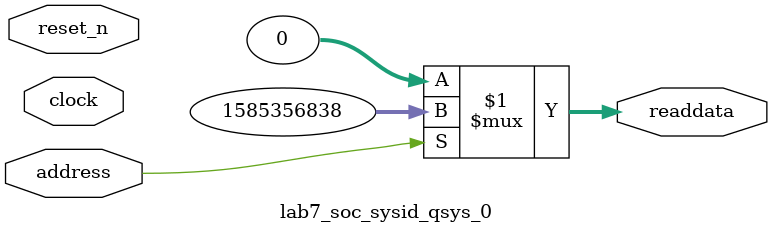
<source format=v>



// synthesis translate_off
`timescale 1ns / 1ps
// synthesis translate_on

// turn off superfluous verilog processor warnings 
// altera message_level Level1 
// altera message_off 10034 10035 10036 10037 10230 10240 10030 

module lab7_soc_sysid_qsys_0 (
               // inputs:
                address,
                clock,
                reset_n,

               // outputs:
                readdata
             )
;

  output  [ 31: 0] readdata;
  input            address;
  input            clock;
  input            reset_n;

  wire    [ 31: 0] readdata;
  //control_slave, which is an e_avalon_slave
  assign readdata = address ? 1585356838 : 0;

endmodule



</source>
